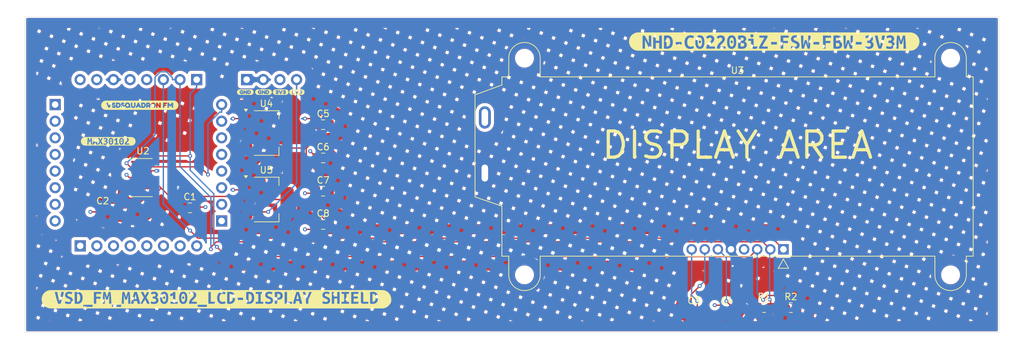
<source format=kicad_pcb>
(kicad_pcb (version 20240108) (generator "pcbnew") (generator_version "8.0")
  (layers (0 "F.Cu" signal) (31 "B.Cu" signal) (34 "B.Paste" user) (35 "F.Paste" user) (36 "B.SilkS" user "B.Silkscreen") (37 "F.SilkS" user "F.Silkscreen") (38 "B.Mask" user) (39 "F.Mask" user) (44 "Edge.Cuts" user))
  (net 0 "")
  (net 1 "+3.3V")
  (net 2 "GND")
  (net 3 "+1V8")
  (net 4 "Net-(U3-C1-)")
  (net 5 "Net-(U3-C1+)")
  (net 6 "Net-(U3-VOUT)")
  (net 7 "+5V")
  (net 8 "/SCL")
  (net 9 "/SDA")
  (net 14 "/MAX_INT")
  (net 26 "/RST")
  (footprint "Capacitor_SMD:C_0805_2012Metric_Pad1.18x1.45mm_HandSolder" (layer "F.Cu") (at 102.6375 101.6)
    (property "Reference" "C8" (at 0 -1.68 0) (layer "F.SilkS"))
    (property "Value" "22uF")
    (pad "1" smd roundrect (at -1.0375 0) (size 1.175 1.45) (layers "F.Cu" "F.Paste" "F.Mask") (roundrect_rratio 0.212766) (net 2 "GND"))
    (pad "2" smd roundrect (at 1.0375 0) (size 1.175 1.45) (layers "F.Cu" "F.Paste" "F.Mask") (roundrect_rratio 0.212766) (net 3 "+1V8"))
  )
  (footprint "Package_TO_SOT_SMD:SOT-223-3_TabPin2" (layer "F.Cu") (at 93.98 97.79)
    (property "Reference" "U5" (at 0 -4.5 0) (layer "F.SilkS"))
    (property "Value" "AMS1117-1.8")
    (pad "1" smd roundrect (at -3.15 -2.3) (size 2 1.5) (layers "F.Cu" "F.Paste" "F.Mask") (net 2 "GND"))
    (pad "2" smd roundrect (at -3.15 0) (size 2 1.5) (layers "F.Cu" "F.Paste" "F.Mask") (net 3 "+1V8"))
    (pad "2" smd roundrect (at 3.15 0) (size 2 3.8) (layers "F.Cu" "F.Paste" "F.Mask") (net 3 "+1V8"))
    (pad "3" smd roundrect (at -3.15 2.3) (size 2 1.5) (layers "F.Cu" "F.Paste" "F.Mask") (net 7 "+5V"))
  )
  (footprint "kibuzzard-67923B7F" (layer "F.Cu") (at 171.45 73.66)
    (property "Reference" "kibuzzard-67923B7F" (hide yes))
    (property "Value" "G***" (hide yes))
  )
  (footprint "Package_TO_SOT_SMD:SOT-223-3_TabPin2" (layer "F.Cu") (at 93.98 87.63)
    (property "Reference" "U4" (at 0 -4.5 0) (layer "F.SilkS"))
    (property "Value" "AMS1117-3.3")
    (pad "1" smd roundrect (at -3.15 -2.3) (size 2 1.5) (layers "F.Cu" "F.Paste" "F.Mask") (net 2 "GND"))
    (pad "2" smd roundrect (at -3.15 0) (size 2 1.5) (layers "F.Cu" "F.Paste" "F.Mask") (net 1 "+3.3V"))
    (pad "2" smd roundrect (at 3.15 0) (size 2 3.8) (layers "F.Cu" "F.Paste" "F.Mask") (net 1 "+3.3V"))
    (pad "3" smd roundrect (at -3.15 2.3) (size 2 1.5) (layers "F.Cu" "F.Paste" "F.Mask") (net 7 "+5V"))
  )
  (footprint "Resistor_SMD:R_0805_2012Metric_Pad1.20x1.40mm_HandSolder" (layer "F.Cu") (at 173.99 114.3)
    (property "Reference" "R2" (at 0 -1.65 0) (layer "F.SilkS"))
    (property "Value" "10K")
    (pad "1" smd roundrect (at -1 0) (size 1.2 1.4) (layers "F.Cu" "F.Paste" "F.Mask") (roundrect_rratio 0.208333) (net 1 "+3.3V"))
    (pad "2" smd roundrect (at 1 0) (size 1.2 1.4) (layers "F.Cu" "F.Paste" "F.Mask") (roundrect_rratio 0.208333) (net 9 "/SDA"))
  )
  (footprint "kibuzzard-67923C2B" (layer "F.Cu") (at 86.36 113.03)
    (property "Reference" "kibuzzard-67923C2B" (hide yes))
    (property "Value" "G***" (hide yes))
  )
  (footprint "Capacitor_SMD:C_0805_2012Metric_Pad1.18x1.45mm_HandSolder" (layer "F.Cu") (at 102.6375 96.52)
    (property "Reference" "C7" (at 0 -1.68 0) (layer "F.SilkS"))
    (property "Value" "10UF")
    (pad "1" smd roundrect (at -1.0375 0) (size 1.175 1.45) (layers "F.Cu" "F.Paste" "F.Mask") (roundrect_rratio 0.212766) (net 2 "GND"))
    (pad "2" smd roundrect (at 1.0375 0) (size 1.175 1.45) (layers "F.Cu" "F.Paste" "F.Mask") (roundrect_rratio 0.212766) (net 7 "+5V"))
  )
  (footprint "Capacitor_SMD:C_0805_2012Metric_Pad1.18x1.45mm_HandSolder" (layer "F.Cu") (at 102.6375 86.36)
    (property "Reference" "C5" (at 0 -1.68 0) (layer "F.SilkS"))
    (property "Value" "10UF")
    (pad "1" smd roundrect (at -1.0375 0) (size 1.175 1.45) (layers "F.Cu" "F.Paste" "F.Mask") (roundrect_rratio 0.212766) (net 2 "GND"))
    (pad "2" smd roundrect (at 1.0375 0) (size 1.175 1.45) (layers "F.Cu" "F.Paste" "F.Mask") (roundrect_rratio 0.212766) (net 7 "+5V"))
  )
  (footprint "kibuzzard-67923BE0" (layer "F.Cu") (at 69.85 88.9)
    (property "Reference" "kibuzzard-67923BE0" (hide yes))
    (property "Value" "G***" (hide yes))
  )
  (footprint "OptoDevice:Maxim_OLGA-14_3.3x5.6mm_P0.8mm" (layer "F.Cu") (at 74.93 94.45)
    (property "Reference" "U2" (at 0.22 -4.07 0) (layer "F.SilkS"))
    (property "Value" "MAX30102")
    (pad "1" smd roundrect (at -1.2 -2.4) (size 0.75 0.35) (layers "F.Cu" "F.Paste" "F.Mask"))
    (pad "2" smd roundrect (at -1.2 -1.6) (size 0.75 0.35) (layers "F.Cu" "F.Paste" "F.Mask") (net 8 "/SCL"))
    (pad "3" smd roundrect (at -1.2 -0.8) (size 0.75 0.35) (layers "F.Cu" "F.Paste" "F.Mask") (net 9 "/SDA"))
    (pad "4" smd roundrect (at -1.2 0) (size 0.75 0.35) (layers "F.Cu" "F.Paste" "F.Mask") (net 2 "GND"))
    (pad "5" smd roundrect (at -1.2 0.8) (size 0.75 0.35) (layers "F.Cu" "F.Paste" "F.Mask"))
    (pad "6" smd roundrect (at -1.2 1.6) (size 0.75 0.35) (layers "F.Cu" "F.Paste" "F.Mask"))
    (pad "7" smd roundrect (at -1.2 2.4) (size 0.75 0.35) (layers "F.Cu" "F.Paste" "F.Mask"))
    (pad "8" smd roundrect (at 1.2 2.4) (size 0.75 0.35) (layers "F.Cu" "F.Paste" "F.Mask"))
    (pad "9" smd roundrect (at 1.2 1.6) (size 0.75 0.35) (layers "F.Cu" "F.Paste" "F.Mask") (net 1 "+3.3V"))
    (pad "10" smd roundrect (at 1.2 0.8) (size 0.75 0.35) (layers "F.Cu" "F.Paste" "F.Mask") (net 1 "+3.3V"))
    (pad "11" smd roundrect (at 1.2 0) (size 0.75 0.35) (layers "F.Cu" "F.Paste" "F.Mask") (net 3 "+1V8"))
    (pad "12" smd roundrect (at 1.2 -0.8) (size 0.75 0.35) (layers "F.Cu" "F.Paste" "F.Mask") (net 2 "GND"))
    (pad "13" smd roundrect (at 1.2 -1.6) (size 0.75 0.35) (layers "F.Cu" "F.Paste" "F.Mask") (net 14 "/MAX_INT"))
    (pad "14" smd roundrect (at 1.2 -2.4) (size 0.75 0.35) (layers "F.Cu" "F.Paste" "F.Mask"))
  )
  (footprint "Capacitor_SMD:C_0805_2012Metric_Pad1.18x1.45mm_HandSolder" (layer "F.Cu") (at 82.3175 99.06)
    (property "Reference" "C1" (at 0 -1.68 0) (layer "F.SilkS"))
    (property "Value" "4.7uF")
    (pad "1" smd roundrect (at -1.0375 0) (size 1.175 1.45) (layers "F.Cu" "F.Paste" "F.Mask") (roundrect_rratio 0.212766) (net 1 "+3.3V"))
    (pad "2" smd roundrect (at 1.0375 0) (size 1.175 1.45) (layers "F.Cu" "F.Paste" "F.Mask") (roundrect_rratio 0.212766) (net 2 "GND"))
  )
  (footprint "Resistor_SMD:R_0805_2012Metric_Pad1.20x1.40mm_HandSolder" (layer "F.Cu") (at 169.91 114.3)
    (property "Reference" "R1" (at 0 -1.65 0) (layer "F.SilkS"))
    (property "Value" "10K")
    (pad "1" smd roundrect (at -1 0) (size 1.2 1.4) (layers "F.Cu" "F.Paste" "F.Mask") (roundrect_rratio 0.208333) (net 1 "+3.3V"))
    (pad "2" smd roundrect (at 1 0) (size 1.2 1.4) (layers "F.Cu" "F.Paste" "F.Mask") (roundrect_rratio 0.208333) (net 8 "/SCL"))
  )
  (footprint "VSDsquadron_FM:VSDSquadron_FM" (layer "F.Cu") (at 74.5033 92.1568)
    (property "Reference" "U1" (hide yes))
    (property "Value" "VSDSquadron FM" (hide yes))
    (pad "1" thru_hole rect (at -8.925764 12.718236 90) (size 1.7 1.7) (drill 1) (layers "*.Cu" "*.Mask"))
    (pad "2" thru_hole oval (at -6.385764 12.718236 90) (size 1.7 1.7) (drill 1) (layers "*.Cu" "*.Mask"))
    (pad "3" thru_hole oval (at -3.845764 12.718236 90) (size 1.7 1.7) (drill 1) (layers "*.Cu" "*.Mask"))
    (pad "4" thru_hole oval (at -1.305764 12.718236 90) (size 1.7 1.7) (drill 1) (layers "*.Cu" "*.Mask"))
    (pad "5" thru_hole oval (at 1.234236 12.718236 90) (size 1.7 1.7) (drill 1) (layers "*.Cu" "*.Mask"))
    (pad "6" thru_hole oval (at 3.774236 12.718236 90) (size 1.7 1.7) (drill 1) (layers "*.Cu" "*.Mask"))
    (pad "7" thru_hole oval (at 6.314236 12.718236 90) (size 1.7 1.7) (drill 1) (layers "*.Cu" "*.Mask"))
    (pad "8" thru_hole oval (at 8.854236 12.718236 90) (size 1.7 1.7) (drill 1) (layers "*.Cu" "*.Mask"))
    (pad "9" thru_hole rect (at 12.649236 8.908236 180) (size 1.7 1.7) (drill 1) (layers "*.Cu" "*.Mask"))
    (pad "10" thru_hole oval (at 12.649236 6.368236 180) (size 1.7 1.7) (drill 1) (layers "*.Cu" "*.Mask"))
    (pad "11" thru_hole oval (at 12.649236 3.828236 180) (size 1.7 1.7) (drill 1) (layers "*.Cu" "*.Mask"))
    (pad "12" thru_hole oval (at 12.649236 1.288236 180) (size 1.7 1.7) (drill 1) (layers "*.Cu" "*.Mask"))
    (pad "13" thru_hole oval (at 12.649236 -1.251764 180) (size 1.7 1.7) (drill 1) (layers "*.Cu" "*.Mask"))
    (pad "14" thru_hole oval (at 12.649236 -3.791764 180) (size 1.7 1.7) (drill 1) (layers "*.Cu" "*.Mask"))
    (pad "15" thru_hole oval (at 12.649236 -6.331764 180) (size 1.7 1.7) (drill 1) (layers "*.Cu" "*.Mask"))
    (pad "16" thru_hole oval (at 12.649236 -8.871764 180) (size 1.7 1.7) (drill 1) (layers "*.Cu" "*.Mask") (net 14 "/MAX_INT"))
    (pad "17" thru_hole rect (at 8.839236 -12.681764 270) (size 1.7 1.7) (drill 1) (layers "*.Cu" "*.Mask") (net 9 "/SDA"))
    (pad "18" thru_hole oval (at 6.299236 -12.681764 270) (size 1.7 1.7) (drill 1) (layers "*.Cu" "*.Mask") (net 8 "/SCL"))
    (pad "19" thru_hole oval (at 3.759236 -12.681764 270) (size 1.7 1.7) (drill 1) (layers "*.Cu" "*.Mask") (net 26 "/RST"))
    (pad "20" thru_hole oval (at 1.219236 -12.681764 270) (size 1.7 1.7) (drill 1) (layers "*.Cu" "*.Mask"))
    (pad "21" thru_hole oval (at -1.320764 -12.681764 270) (size 1.7 1.7) (drill 1) (layers "*.Cu" "*.Mask"))
    (pad "22" thru_hole oval (at -3.860764 -12.681764 270) (size 1.7 1.7) (drill 1) (layers "*.Cu" "*.Mask") (net 2 "GND"))
    (pad "23" thru_hole oval (at -6.400764 -12.681764 270) (size 1.7 1.7) (drill 1) (layers "*.Cu" "*.Mask"))
    (pad "24" thru_hole oval (at -8.940764 -12.681764 270) (size 1.7 1.7) (drill 1) (layers "*.Cu" "*.Mask"))
    (pad "25" thru_hole rect (at -12.750764 -8.871764) (size 1.7 1.7) (drill 1) (layers "*.Cu" "*.Mask"))
    (pad "26" thru_hole oval (at -12.750764 -6.331764) (size 1.7 1.7) (drill 1) (layers "*.Cu" "*.Mask"))
    (pad "27" thru_hole oval (at -12.750764 -3.791764) (size 1.7 1.7) (drill 1) (layers "*.Cu" "*.Mask"))
    (pad "28" thru_hole oval (at -12.750764 -1.251764) (size 1.7 1.7) (drill 1) (layers "*.Cu" "*.Mask"))
    (pad "29" thru_hole oval (at -12.750764 1.288236) (size 1.7 1.7) (drill 1) (layers "*.Cu" "*.Mask"))
    (pad "30" thru_hole oval (at -12.750764 3.828236) (size 1.7 1.7) (drill 1) (layers "*.Cu" "*.Mask"))
    (pad "31" thru_hole oval (at -12.750764 6.368236) (size 1.7 1.7) (drill 1) (layers "*.Cu" "*.Mask"))
    (pad "32" thru_hole oval (at -12.750764 8.908236) (size 1.7 1.7) (drill 1) (layers "*.Cu" "*.Mask"))
    (pad "33" thru_hole rect (at 16.459236 -12.681764 90) (size 1.7 1.7) (drill 1) (layers "*.Cu" "*.Mask") (net 2 "GND"))
    (pad "34" thru_hole oval (at 18.999236 -12.681764 90) (size 1.7 1.7) (drill 1) (layers "*.Cu" "*.Mask") (net 2 "GND"))
    (pad "35" thru_hole oval (at 21.539236 -12.681764 90) (size 1.7 1.7) (drill 1) (layers "*.Cu" "*.Mask"))
    (pad "36" thru_hole oval (at 24.079236 -12.681764 90) (size 1.7 1.7) (drill 1) (layers "*.Cu" "*.Mask") (net 7 "+5V"))
  )
  (footprint "Display:NHD-C0220BiZ" (layer "F.Cu") (at 165.85 89.5)
    (property "Reference" "U3" (at 0 -11.43 0) (layer "F.SilkS"))
    (property "Value" "NHD-C0220BIZ")
    (fp_text user "DISPLAY AREA" (at 0 0 0) (layer "F.SilkS") (effects (font (size 4 4) (thickness 0.5))))
    (pad "" np_thru_hole circle (at -32.5 -13.3) (size 2.5 2.5) (drill 2.5) (layers "*.Cu" "*.Mask"))
    (pad "" np_thru_hole circle (at -32.5 19.8) (size 2.5 2.5) (drill 2.5) (layers "*.Cu" "*.Mask"))
    (pad "" np_thru_hole circle (at 32.5 -13.3) (size 2.5 2.5) (drill 2.5) (layers "*.Cu" "*.Mask"))
    (pad "" np_thru_hole circle (at 32.5 19.8) (size 2.5 2.5) (drill 2.5) (layers "*.Cu" "*.Mask"))
    (pad "1" thru_hole rect (at 7 15.9) (size 1.6 1.6) (drill 1) (layers "*.Cu" "*.Mask") (net 26 "/RST"))
    (pad "2" thru_hole circle (at 5 15.9) (size 1.6 1.6) (drill 1) (layers "*.Cu" "*.Mask") (net 8 "/SCL"))
    (pad "3" thru_hole circle (at 3 15.9) (size 1.6 1.6) (drill 1) (layers "*.Cu" "*.Mask") (net 9 "/SDA"))
    (pad "4" thru_hole circle (at 1 15.9) (size 1.6 1.6) (drill 1) (layers "*.Cu" "*.Mask") (net 2 "GND"))
    (pad "5" thru_hole circle (at -1 15.9) (size 1.6 1.6) (drill 1) (layers "*.Cu" "*.Mask") (net 1 "+3.3V"))
    (pad "6" thru_hole circle (at -3 15.9) (size 1.6 1.6) (drill 1) (layers "*.Cu" "*.Mask") (net 6 "Net-(U3-VOUT)"))
    (pad "7" thru_hole circle (at -5 15.9) (size 1.6 1.6) (drill 1) (layers "*.Cu" "*.Mask") (net 5 "Net-(U3-C1+)"))
    (pad "8" thru_hole circle (at -7 15.9) (size 1.6 1.6) (drill 1) (layers "*.Cu" "*.Mask") (net 4 "Net-(U3-C1-)"))
    (pad "9" thru_hole oval (at -38.55 4.25) (size 1.8 3.4) (drill oval 1 2.6) (layers "*.Cu" "*.Mask") (net 1 "+3.3V"))
    (pad "10" thru_hole oval (at -38.55 -4.25) (size 1.8 3.4) (drill oval 1 2.6) (layers "*.Cu" "*.Mask") (net 2 "GND"))
  )
  (footprint "Capacitor_SMD:C_0201_0603Metric_Pad0.64x0.40mm_HandSolder" (layer "F.Cu") (at 69.0125 99.06)
    (property "Reference" "C2" (at 0 -1.05 0) (layer "F.SilkS"))
    (property "Value" "1uF")
    (pad "1" smd roundrect (at -0.4075 0) (size 0.635 0.4) (layers "F.Cu" "F.Mask") (net 2 "GND"))
    (pad "2" smd roundrect (at 0.4075 0) (size 0.635 0.4) (layers "F.Cu" "F.Mask") (net 3 "+1V8"))
  )
  (footprint "Capacitor_SMD:C_0201_0603Metric_Pad0.64x0.40mm_HandSolder" (layer "F.Cu") (at 164.2625 114.3)
    (property "Reference" "C4" (at 0 -1.05 0) (layer "F.SilkS"))
    (property "Value" "1uF")
    (pad "1" smd roundrect (at -0.4075 0) (size 0.635 0.4) (layers "F.Cu" "F.Mask") (net 2 "GND"))
    (pad "2" smd roundrect (at 0.4075 0) (size 0.635 0.4) (layers "F.Cu" "F.Mask") (net 6 "Net-(U3-VOUT)"))
  )
  (footprint "Capacitor_SMD:C_0201_0603Metric_Pad0.64x0.40mm_HandSolder" (layer "F.Cu") (at 159.1825 114.3)
    (property "Reference" "C3" (at 0 -1.05 0) (layer "F.SilkS"))
    (property "Value" "1uF")
    (pad "1" smd roundrect (at -0.4075 0) (size 0.635 0.4) (layers "F.Cu" "F.Mask") (net 5 "Net-(U3-C1+)"))
    (pad "2" smd roundrect (at 0.4075 0) (size 0.635 0.4) (layers "F.Cu" "F.Mask") (net 4 "Net-(U3-C1-)"))
  )
  (footprint "Capacitor_SMD:C_0805_2012Metric_Pad1.18x1.45mm_HandSolder" (layer "F.Cu") (at 102.6375 91.44)
    (property "Reference" "C6" (at 0 -1.68 0) (layer "F.SilkS"))
    (property "Value" "22uF")
    (pad "1" smd roundrect (at -1.0375 0) (size 1.175 1.45) (layers "F.Cu" "F.Paste" "F.Mask") (roundrect_rratio 0.212766) (net 2 "GND"))
    (pad "2" smd roundrect (at 1.0375 0) (size 1.175 1.45) (layers "F.Cu" "F.Paste" "F.Mask") (roundrect_rratio 0.212766) (net 1 "+3.3V"))
  )
  (gr_line (start 57.15 69.85) (end 57.15 118.11) (stroke (width 0.05)) (layer "Edge.Cuts"))
  (gr_line (start 57.15 69.85) (end 205.74 69.85) (stroke (width 0.05)) (layer "Edge.Cuts"))
  (gr_line (start 205.74 69.85) (end 205.74 118.11) (stroke (width 0.05)) (layer "Edge.Cuts"))
  (gr_line (start 57.15 118.11) (end 205.74 118.11) (stroke (width 0.05)) (layer "Edge.Cuts"))
  (segment (start 169.890086 115.280086) (end 172.009914 115.280086) (width 0.2) (layer "F.Cu") (net 1))
  (segment (start 172.009914 115.280086) (end 172.99 114.3) (width 0.2) (layer "F.Cu") (net 1))
  (segment (start 168.91 111.76) (end 165.1 107.95) (width 0.2) (layer "F.Cu") (net 1))
  (segment (start 168.91 114.3) (end 169.890086 115.280086) (width 0.2) (layer "F.Cu") (net 1))
  (segment (start 168.91 114.3) (end 168.91 111.76) (width 0.2) (layer "F.Cu") (net 1))
  (via (at 165.1 107.95) (size 0.6) (drill 0.3) (layers "F.Cu" "B.Cu") (net 1))
  (segment (start 164.85 106.43) (end 164.85 105.4) (width 0.2) (layer "B.Cu") (net 1))
  (segment (start 165.1 107.95) (end 165.1 106.68) (width 0.2) (layer "B.Cu") (net 1))
  (segment (start 165.1 106.68) (end 164.85 106.43) (width 0.2) (layer "B.Cu") (net 1))
  (segment (start 77.193 93.3996) (end 76.3804 93.3996) (width 0.2) (layer "F.Cu") (net 2))
  (segment (start 88.8932 96.3135) (end 90.0065 96.3135) (width 0.2) (layer "F.Cu") (net 2))
  (segment (start 99.8614 102.3509) (end 100.8491 102.3509) (width 0.2) (layer "F.Cu") (net 2))
  (segment (start 99.8614 85.4281) (end 100.6681 85.4281) (width 0.2) (layer "F.Cu") (net 2))
  (segment (start 90.7319 85.4281) (end 90.83 85.33) (width 0.2) (layer "F.Cu") (net 2))
  (segment (start 83.4677 98.9473) (end 83.355 99.06) (width 0.2) (layer "F.Cu") (net 2))
  (segment (start 67.9839 99.6811) (end 68.605 99.06) (width 0.2) (layer "F.Cu") (net 2))
  (segment (start 90.0065 96.3135) (end 90.83 95.49) (width 0.2) (layer "F.Cu") (net 2))
  (segment (start 76.3804 93.3996) (end 76.13 93.65) (width 0.2) (layer "F.Cu") (net 2))
  (segment (start 101.6 91.3344) (end 101.6 91.44) (width 0.2) (layer "F.Cu") (net 2))
  (segment (start 101.2895 96.8305) (end 101.6 96.52) (width 0.2) (layer "F.Cu") (net 2))
  (segment (start 162.3701 113.9341) (end 163.4891 113.9341) (width 0.2) (layer "F.Cu") (net 2))
  (segment (start 72.6419 94.0123) (end 73.0796 94.45) (width 0.2) (layer "F.Cu") (net 2))
  (segment (start 88.8932 85.4281) (end 90.7319 85.4281) (width 0.2) (layer "F.Cu") (net 2))
  (segment (start 99.8614 96.8305) (end 101.2895 96.8305) (width 0.2) (layer "F.Cu") (net 2))
  (segment (start 67.1323 99.6811) (end 67.9839 99.6811) (width 0.2) (layer "F.Cu") (net 2))
  (segment (start 84.6757 98.9473) (end 83.4677 98.9473) (width 0.2) (layer "F.Cu") (net 2))
  (segment (start 100.6635 90.3979) (end 101.6 91.3344) (width 0.2) (layer "F.Cu") (net 2))
  (segment (start 73.0796 94.45) (end 73.73 94.45) (width 0.2) (layer "F.Cu") (net 2))
  (segment (start 163.4891 113.9341) (end 163.855 114.3) (width 0.2) (layer "F.Cu") (net 2))
  (segment (start 100.8491 102.3509) (end 101.6 101.6) (width 0.2) (layer "F.Cu") (net 2))
  (segment (start 100.6681 85.4281) (end 101.6 86.36) (width 0.2) (layer "F.Cu") (net 2))
  (via (at 99.8614 102.3509) (size 0.6) (drill 0.3) (layers "F.Cu" "B.Cu") (net 2))
  (via (at 100.6635 90.3979) (size 0.6) (drill 0.3) (layers "F.Cu" "B.Cu") (net 2))
  (via (at 72.6419 94.0123) (size 0.6) (drill 0.3) (layers "F.Cu" "B.Cu") (net 2))
  (via (at 88.8932 96.3135) (size 0.6) (drill 0.3) (layers "F.Cu" "B.Cu") (net 2))
  (via (at 99.8614 96.8305) (size 0.6) (drill 0.3) (layers "F.Cu" "B.Cu") (net 2))
  (via (at 162.3701 113.9341) (size 0.6) (drill 0.3) (layers "F.Cu" "B.Cu") (net 2))
  (via (at 77.193 93.3996) (size 0.6) (drill 0.3) (layers "F.Cu" "B.Cu") (net 2))
  (via (at 67.1323 99.6811) (size 0.6) (drill 0.3) (layers "F.Cu" "B.Cu") (net 2))
  (via (at 84.6757 98.9473) (size 0.6) (drill 0.3) (layers "F.Cu" "B.Cu") (net 2))
  (via (at 99.8614 85.4281) (size 0.6) (drill 0.3) (layers "F.Cu" "B.Cu") (net 2))
  (via (at 88.8932 85.4281) (size 0.6) (drill 0.3) (layers "F.Cu" "B.Cu") (net 2))
  (segment (start 79.2023 97.3219) (end 77.9292 96.0488) (width 0.2) (layer "F.Cu") (net 3))
  (segment (start 90.3619 97.3219) (end 79.2023 97.3219) (width 0.2) (layer "F.Cu") (net 3))
  (segment (start 77.9292 96.0488) (end 74.918 99.06) (width 0.2) (layer "F.Cu") (net 3))
  (segment (start 74.918 99.06) (end 69.42 99.06) (width 0.2) (layer "F.Cu") (net 3))
  (segment (start 90.83 97.79) (end 90.3619 97.3219) (width 0.2) (layer "F.Cu") (net 3))
  (segment (start 99.865 97.79) (end 97.13 97.79) (width 0.2) (layer "F.Cu") (net 3))
  (segment (start 76.13 94.45) (end 76.3304 94.45) (width 0.2) (layer "F.Cu") (net 3))
  (segment (start 76.3304 94.45) (end 77.9292 96.0488) (width 0.2) (layer "F.Cu") (net 3))
  (segment (start 90.83 97.79) (end 97.13 97.79) (width 0.2) (layer "F.Cu") (net 3))
  (segment (start 103.675 101.6) (end 99.865 97.79) (width 0.2) (layer "F.Cu") (net 3))
  (segment (start 159.7151 114.1749) (end 159.7151 113.3058) (width 0.2) (layer "F.Cu") (net 4))
  (segment (start 159.59 114.3) (end 159.7151 114.1749) (width 0.2) (layer "F.Cu") (net 4))
  (via (at 159.7151 113.3058) (size 0.6) (drill 0.3) (layers "F.Cu" "B.Cu") (net 4))
  (segment (start 158.85 105.4) (end 158.85 112.4407) (width 0.2) (layer "B.Cu") (net 4))
  (segment (start 158.85 112.4407) (end 159.7151 113.3058) (width 0.2) (layer "B.Cu") (net 4))
  (segment (start 158.775 114.3) (end 158.775 112.3001) (width 0.2) (layer "F.Cu") (net 5))
  (segment (start 158.775 112.3001) (end 160.0765 110.9986) (width 0.2) (layer "F.Cu") (net 5))
  (via (at 160.0765 110.9986) (size 0.6) (drill 0.3) (layers "F.Cu" "B.Cu") (net 5))
  (segment (start 160.0765 110.9986) (end 160.85 110.2251) (width 0.2) (layer "B.Cu") (net 5))
  (segment (start 160.85 110.2251) (end 160.85 105.4) (width 0.2) (layer "B.Cu") (net 5))
  (segment (start 164.67 114.3) (end 164.67 113.8424) (width 0.2) (layer "F.Cu") (net 6))
  (segment (start 164.67 113.8424) (end 164.1538 113.3262) (width 0.2) (layer "F.Cu") (net 6))
  (via (at 164.1538 113.3262) (size 0.6) (drill 0.3) (layers "F.Cu" "B.Cu") (net 6))
  (segment (start 164.1538 106.7038) (end 162.85 105.4) (width 0.2) (layer "B.Cu") (net 6))
  (segment (start 164.1538 113.3262) (end 164.1538 106.7038) (width 0.2) (layer "B.Cu") (net 6))
  (segment (start 91.2389 99.6811) (end 90.83 100.09) (width 0.2) (layer "F.Cu") (net 7))
  (segment (start 94.2475 99.6811) (end 91.2389 99.6811) (width 0.2) (layer "F.Cu") (net 7))
  (segment (start 100.0618 89.93) (end 100.0618 92.9068) (width 0.2) (layer "F.Cu") (net 7))
  (segment (start 100.0618 89.93) (end 100.105 89.93) (width 0.2) (layer "F.Cu") (net 7))
  (segment (start 100.0618 92.9068) (end 103.675 96.52) (width 0.2) (layer "F.Cu") (net 7))
  (segment (start 90.83 89.93) (end 100.0618 89.93) (width 0.2) (layer "F.Cu") (net 7))
  (segment (start 100.105 89.93) (end 103.675 86.36) (width 0.2) (layer "F.Cu") (net 7))
  (segment (start 98.5825 79.475) (end 98.5825 81.2675) (width 0.2) (layer "F.Cu") (net 7))
  (segment (start 98.5825 81.2675) (end 103.675 86.36) (width 0.2) (layer "F.Cu") (net 7))
  (via (at 94.2475 99.6811) (size 0.6) (drill 0.3) (layers "F.Cu" "B.Cu") (net 7))
  (segment (start 98.5825 79.475) (end 98.5825 95.3461) (width 0.2) (layer "B.Cu") (net 7))
  (segment (start 98.5825 95.3461) (end 94.2475 99.6811) (width 0.2) (layer "B.Cu") (net 7))
  (segment (start 169.6991 104.2491) (end 86.3423 104.2491) (width 0.2) (layer "F.Cu") (net 8))
  (segment (start 170.91 113.2184) (end 170.7471 113.0555) (width 0.2) (layer "F.Cu") (net 8))
  (segment (start 72.6419 92.2403) (end 73.2516 92.85) (width 0.2) (layer "F.Cu") (net 8))
  (segment (start 73.2516 92.85) (end 73.73 92.85) (width 0.2) (layer "F.Cu") (net 8))
  (segment (start 170.85 105.4) (end 169.6991 104.2491) (width 0.2) (layer "F.Cu") (net 8))
  (segment (start 170.91 114.3) (end 170.91 113.2184) (width 0.2) (layer "F.Cu") (net 8))
  (segment (start 86.3423 104.2491) (end 85.5078 105.0836) (width 0.2) (layer "F.Cu") (net 8))
  (segment (start 85.5078 105.0836) (end 85.5078 105.3823) (width 0.2) (layer "F.Cu") (net 8))
  (via (at 85.5078 105.3823) (size 0.6) (drill 0.3) (layers "F.Cu" "B.Cu") (net 8))
  (via (at 72.6419 92.2403) (size 0.6) (drill 0.3) (layers "F.Cu" "B.Cu") (net 8))
  (via (at 170.7471 113.0555) (size 0.6) (drill 0.3) (layers "F.Cu" "B.Cu") (net 8))
  (segment (start 76.9925 79.0764) (end 76.9925 87.8897) (width 0.2) (layer "B.Cu") (net 8))
  (segment (start 79.6508 79.475) (end 79.6508 79.1871) (width 0.2) (layer "B.Cu") (net 8))
  (segment (start 79.6508 79.1871) (end 78.7441 78.2804) (width 0.2) (layer "B.Cu") (net 8))
  (segment (start 80.8025 92.7701) (end 85.5078 97.4754) (width 0.2) (layer "B.Cu") (net 8))
  (segment (start 77.7885 78.2804) (end 76.9925 79.0764) (width 0.2) (layer "B.Cu") (net 8))
  (segment (start 170.85 105.4) (end 170.7471 105.5029) (width 0.2) (layer "B.Cu") (net 8))
  (segment (start 78.7441 78.2804) (end 77.7885 78.2804) (width 0.2) (layer "B.Cu") (net 8))
  (segment (start 80.8025 79.475) (end 80.8025 92.7701) (width 0.2) (layer "B.Cu") (net 8))
  (segment (start 85.5078 97.4754) (end 85.5078 105.3823) (width 0.2) (layer "B.Cu") (net 8))
  (segment (start 170.7471 105.5029) (end 170.7471 113.0555) (width 0.2) (layer "B.Cu") (net 8))
  (segment (start 76.9925 87.8897) (end 72.6419 92.2403) (width 0.2) (layer "B.Cu") (net 8))
  (segment (start 80.8025 79.475) (end 79.6508 79.475) (width 0.2) (layer "B.Cu") (net 8))
  (segment (start 173.1437 112.4537) (end 170.4209 112.4537) (width 0.2) (layer "F.Cu") (net 9))
  (segment (start 170.4209 112.4537) (end 169.7655 113.1091) (width 0.2) (layer "F.Cu") (net 9))
  (segment (start 73.73 93.65) (end 73.9137 93.65) (width 0.2) (layer "F.Cu") (net 9))
  (segment (start 167.742 106.508) (end 87.9002 106.508) (width 0.2) (layer "F.Cu") (net 9))
  (segment (start 74.9014 92.3405) (end 76.1126 91.1293) (width 0.2) (layer "F.Cu") (net 9))
  (segment (start 74.9014 92.6623) (end 74.9014 92.3405) (width 0.2) (layer "F.Cu") (net 9))
  (segment (start 168.85 105.4) (end 167.742 106.508) (width 0.2) (layer "F.Cu") (net 9))
  (segment (start 73.9137 93.65) (end 74.9014 92.6623) (width 0.2) (layer "F.Cu") (net 9))
  (segment (start 174.99 114.3) (end 173.1437 112.4537) (width 0.2) (layer "F.Cu") (net 9))
  (segment (start 87.9002 106.508) (end 86.4172 105.025) (width 0.2) (layer "F.Cu") (net 9))
  (segment (start 76.1126 91.1293) (end 82.3443 91.1293) (width 0.2) (layer "F.Cu") (net 9))
  (via (at 86.4172 105.025) (size 0.6) (drill 0.3) (layers "F.Cu" "B.Cu") (net 9))
  (via (at 169.7655 113.1091) (size 0.6) (drill 0.3) (layers "F.Cu" "B.Cu") (net 9))
  (via (at 82.3443 91.1293) (size 0.6) (drill 0.3) (layers "F.Cu" "B.Cu") (net 9))
  (segment (start 85.9553 96.9199) (end 82.3443 93.3089) (width 0.2) (layer "B.Cu") (net 9))
  (segment (start 86.4172 105.025) (end 85.9553 104.5631) (width 0.2) (layer "B.Cu") (net 9))
  (segment (start 82.3443 81.6249) (end 83.3425 80.6267) (width 0.2) (layer "B.Cu") (net 9))
  (segment (start 85.9553 104.5631) (end 85.9553 96.9199) (width 0.2) (layer "B.Cu") (net 9))
  (segment (start 82.3443 91.1293) (end 82.3443 81.6249) (width 0.2) (layer "B.Cu") (net 9))
  (segment (start 168.85 112.1936) (end 168.85 105.4) (width 0.2) (layer "B.Cu") (net 9))
  (segment (start 169.7655 113.1091) (end 168.85 112.1936) (width 0.2) (layer "B.Cu") (net 9))
  (segment (start 82.3443 93.3089) (end 82.3443 91.1293) (width 0.2) (layer "B.Cu") (net 9))
  (segment (start 83.3425 79.475) (end 83.3425 80.6267) (width 0.2) (layer "B.Cu") (net 9))
  (segment (start 83.8854 92.7979) (end 76.1821 92.7979) (width 0.2) (layer "F.Cu") (net 14))
  (segment (start 76.1821 92.7979) (end 76.13 92.85) (width 0.2) (layer "F.Cu") (net 14))
  (segment (start 85.0674 93.9799) (end 83.8854 92.7979) (width 0.2) (layer "F.Cu") (net 14))
  (via (at 85.0674 93.9799) (size 0.6) (drill 0.3) (layers "F.Cu" "B.Cu") (net 14))
  (segment (start 87.1525 83.285) (end 87.1525 84.4367) (width 0.2) (layer "B.Cu") (net 14))
  (segment (start 86.8646 84.4367) (end 85.0674 86.2339) (width 0.2) (layer "B.Cu") (net 14))
  (segment (start 85.0674 86.2339) (end 85.0674 93.9799) (width 0.2) (layer "B.Cu") (net 14))
  (segment (start 87.1525 84.4367) (end 86.8646 84.4367) (width 0.2) (layer "B.Cu") (net 14))
  (segment (start 83.508 103.6954) (end 82.3443 102.5317) (width 0.2) (layer "F.Cu") (net 26))
  (segment (start 172.85 105.4) (end 171.1454 103.6954) (width 0.2) (layer "F.Cu") (net 26))
  (segment (start 171.1454 103.6954) (end 83.508 103.6954) (width 0.2) (layer "F.Cu") (net 26))
  (via (at 82.3443 102.5317) (size 0.6) (drill 0.3) (layers "F.Cu" "B.Cu") (net 26))
  (segment (start 78.2625 98.4499) (end 78.2625 79.475) (width 0.2) (layer "B.Cu") (net 26))
  (segment (start 82.3443 102.5317) (end 78.2625 98.4499) (width 0.2) (layer "B.Cu") (net 26))
  (zone (net 1) (net_name "+3.3V") (layers "F&B.Cu") (priority 1) (connect_pads yes (clearance 0.508)) (min_thickness 0.254) (fill yes (mode hatch) (thermal_gap 0.5) (thermal_bridge_width 0.5) (hatch_thickness 1.524) (hatch_gap 0.508) (hatch_orientation 68) (hatch_border_algorithm hatch_thickness) (hatch_min_hole_area 0.3))
    (polygon (pts (xy 53.34 67.31) (xy 53.34 119.38) (xy 209.55 119.38) (xy 209.55 67.31)))
  )
  (zone (net 2) (net_name "GND") (layer "B.Cu") (connect_pads yes (clearance 0.508)) (min_thickness 0.254) (fill yes (mode hatch) (thermal_gap 0.5) (thermal_bridge_width 0.5) (hatch_thickness 10) (hatch_gap 1.5) (hatch_orientation 0) (hatch_border_algorithm hatch_thickness) (hatch_min_hole_area 0.3))
    (polygon (pts (xy 53.34 67.31) (xy 53.34 119.38) (xy 209.55 119.38) (xy 209.55 67.31)))
  )
)
</source>
